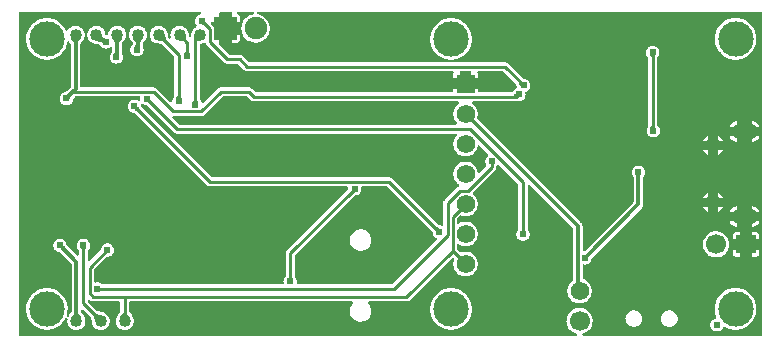
<source format=gbl>
G04 Layer: BottomLayer*
G04 EasyEDA v6.5.5, 2022-06-30 21:59:10*
G04 844943e940ba41f192d5fd3784e3f5d8,9c416354eb984020824aaf9c885bead6,10*
G04 Gerber Generator version 0.2*
G04 Scale: 100 percent, Rotated: No, Reflected: No *
G04 Dimensions in inches *
G04 leading zeros omitted , absolute positions ,3 integer and 6 decimal *
%FSLAX36Y36*%
%MOIN*%

%ADD10C,0.0100*%
%ADD11C,0.0120*%
%ADD13C,0.0240*%
%ADD31C,0.0400*%
%ADD33C,0.0620*%
%ADD34C,0.0669*%
%ADD35R,0.0620X0.0620*%
%ADD37C,0.0748*%
%ADD38C,0.0512*%
%ADD39R,0.0600X0.0600*%
%ADD40C,0.0600*%
%ADD41C,0.1181*%
%ADD42R,0.0669X0.0620*%

%LPD*%
G36*
X623740Y236020D02*
G01*
X622240Y236280D01*
X620940Y237100D01*
X620040Y238320D01*
X618260Y242140D01*
X616820Y244300D01*
X614640Y248880D01*
X614260Y250600D01*
X614260Y429880D01*
X614500Y431280D01*
X615220Y432500D01*
X616340Y433400D01*
X617680Y433840D01*
X622720Y434580D01*
X627020Y435900D01*
X628540Y436620D01*
X630200Y437020D01*
X631880Y436680D01*
X633260Y435680D01*
X635560Y431400D01*
X637560Y428940D01*
X695120Y371400D01*
X697560Y369380D01*
X700200Y367980D01*
X703040Y367120D01*
X706200Y366800D01*
X740040Y366800D01*
X741580Y366500D01*
X742880Y365620D01*
X761560Y346940D01*
X764020Y344920D01*
X766640Y343519D01*
X769479Y342660D01*
X772640Y342340D01*
X1456960Y342340D01*
X1458600Y342000D01*
X1459960Y340980D01*
X1460780Y339500D01*
X1460920Y337819D01*
X1460340Y336220D01*
X1459840Y335420D01*
X1459079Y333260D01*
X1458800Y330780D01*
X1458800Y318000D01*
X1482000Y318000D01*
X1482000Y338340D01*
X1482300Y339880D01*
X1483180Y341180D01*
X1484460Y342040D01*
X1486000Y342340D01*
X1514000Y342340D01*
X1515540Y342040D01*
X1516819Y341180D01*
X1517700Y339880D01*
X1518000Y338340D01*
X1518000Y318000D01*
X1541200Y318000D01*
X1541200Y330780D01*
X1540920Y333260D01*
X1540160Y335420D01*
X1539660Y336220D01*
X1539079Y337819D01*
X1539220Y339500D01*
X1540040Y340980D01*
X1541399Y342000D01*
X1543040Y342340D01*
X1622700Y342340D01*
X1624240Y342040D01*
X1625540Y341180D01*
X1668779Y297940D01*
X1669720Y296460D01*
X1671399Y291620D01*
X1671840Y289700D01*
X1671920Y288340D01*
X1671540Y287040D01*
X1670740Y285960D01*
X1669640Y285180D01*
X1666720Y283820D01*
X1663560Y281600D01*
X1660820Y278880D01*
X1658600Y275700D01*
X1657580Y273820D01*
X1657120Y273260D01*
X1655740Y272180D01*
X1654040Y271800D01*
X1545200Y271800D01*
X1543660Y272100D01*
X1542380Y272980D01*
X1541500Y274260D01*
X1541200Y275800D01*
X1541200Y282000D01*
X1518000Y282000D01*
X1518000Y275800D01*
X1517700Y274260D01*
X1516819Y272980D01*
X1515540Y272100D01*
X1514000Y271800D01*
X1486000Y271800D01*
X1484460Y272100D01*
X1483180Y272980D01*
X1482300Y274260D01*
X1482000Y275800D01*
X1482000Y282000D01*
X1458800Y282000D01*
X1458800Y275800D01*
X1458500Y274260D01*
X1457620Y272980D01*
X1456339Y272100D01*
X1454800Y271800D01*
X802860Y271800D01*
X801320Y272100D01*
X800020Y272980D01*
X788580Y284400D01*
X786140Y286420D01*
X783500Y287820D01*
X780660Y288680D01*
X777500Y289000D01*
X684800Y289000D01*
X681640Y288680D01*
X678800Y287820D01*
X676160Y286420D01*
X673720Y284400D01*
X626500Y237200D01*
X625220Y236340D01*
G37*

%LPD*%
G36*
X547660Y164300D02*
G01*
X546120Y164600D01*
X544820Y165479D01*
X524320Y185980D01*
X523459Y187260D01*
X523160Y188800D01*
X523459Y190340D01*
X524320Y191620D01*
X525620Y192500D01*
X527160Y192800D01*
X618600Y192800D01*
X621760Y193120D01*
X624600Y193980D01*
X627240Y195380D01*
X629680Y197399D01*
X689720Y257420D01*
X691020Y258299D01*
X692560Y258600D01*
X769740Y258600D01*
X771280Y258299D01*
X772580Y257420D01*
X784020Y246000D01*
X786460Y243980D01*
X789100Y242580D01*
X791940Y241720D01*
X795100Y241400D01*
X1474780Y241400D01*
X1476440Y241040D01*
X1477800Y240040D01*
X1478620Y238560D01*
X1478760Y236880D01*
X1478180Y235280D01*
X1477020Y234080D01*
X1474920Y232680D01*
X1470880Y229120D01*
X1467320Y225080D01*
X1464319Y220600D01*
X1461940Y215760D01*
X1460220Y210660D01*
X1459160Y205380D01*
X1458800Y200000D01*
X1459160Y194620D01*
X1460220Y189340D01*
X1461940Y184240D01*
X1464319Y179400D01*
X1467320Y174920D01*
X1470820Y170940D01*
X1471579Y169620D01*
X1471800Y168120D01*
X1471459Y166640D01*
X1470580Y165420D01*
X1469300Y164579D01*
X1467800Y164300D01*
G37*

%LPD*%
G36*
X1421699Y-172880D02*
G01*
X1420240Y-172760D01*
X1415140Y-171460D01*
X1410740Y-169899D01*
X1409240Y-168960D01*
X1256620Y-16339D01*
X1254180Y-14320D01*
X1251560Y-12920D01*
X1248700Y-12060D01*
X1245540Y-11740D01*
X656900Y-11740D01*
X655360Y-11439D01*
X654060Y-10560D01*
X420580Y222920D01*
X419620Y224440D01*
X418060Y228920D01*
X417840Y230560D01*
X418320Y232160D01*
X419420Y233420D01*
X420920Y234140D01*
X422580Y234160D01*
X424120Y233520D01*
X426980Y231500D01*
X430500Y229880D01*
X434219Y228880D01*
X437380Y228600D01*
X438720Y228240D01*
X439860Y227440D01*
X528820Y138500D01*
X531260Y136480D01*
X533900Y135080D01*
X536740Y134220D01*
X539900Y133900D01*
X1466240Y133900D01*
X1467720Y133620D01*
X1469000Y132780D01*
X1469880Y131560D01*
X1470220Y130079D01*
X1470000Y128580D01*
X1469240Y127260D01*
X1467320Y125079D01*
X1464319Y120600D01*
X1461940Y115760D01*
X1460220Y110660D01*
X1459160Y105380D01*
X1458800Y100000D01*
X1459160Y94620D01*
X1460220Y89340D01*
X1461940Y84240D01*
X1464319Y79400D01*
X1467320Y74920D01*
X1470880Y70880D01*
X1474920Y67320D01*
X1479400Y64320D01*
X1484240Y61940D01*
X1489340Y60220D01*
X1494620Y59160D01*
X1500000Y58800D01*
X1505380Y59160D01*
X1510660Y60220D01*
X1515760Y61940D01*
X1520600Y64320D01*
X1525080Y67320D01*
X1529120Y70880D01*
X1532680Y74920D01*
X1535680Y79400D01*
X1538060Y84240D01*
X1539780Y89340D01*
X1540320Y92060D01*
X1541020Y93620D01*
X1542300Y94760D01*
X1543940Y95260D01*
X1545640Y95020D01*
X1547080Y94100D01*
X1575220Y65960D01*
X1576160Y64500D01*
X1576380Y62779D01*
X1575860Y61140D01*
X1574680Y59860D01*
X1573240Y58840D01*
X1570500Y56120D01*
X1568280Y52939D01*
X1566660Y49440D01*
X1565660Y45700D01*
X1565320Y41840D01*
X1565660Y38000D01*
X1566660Y34260D01*
X1568280Y30760D01*
X1569120Y29140D01*
X1569259Y27759D01*
X1568899Y26400D01*
X1568100Y25280D01*
X1547360Y4520D01*
X1545900Y3600D01*
X1544199Y3360D01*
X1542560Y3860D01*
X1541279Y5000D01*
X1540600Y6580D01*
X1539780Y10660D01*
X1538060Y15760D01*
X1535680Y20600D01*
X1532680Y25080D01*
X1529120Y29120D01*
X1525080Y32679D01*
X1520600Y35680D01*
X1515760Y38060D01*
X1510660Y39780D01*
X1505380Y40839D01*
X1500000Y41200D01*
X1494620Y40839D01*
X1489340Y39780D01*
X1484240Y38060D01*
X1479400Y35680D01*
X1474920Y32679D01*
X1470880Y29120D01*
X1467320Y25080D01*
X1464319Y20600D01*
X1461940Y15760D01*
X1460220Y10660D01*
X1459160Y5380D01*
X1458800Y0D01*
X1459160Y-5380D01*
X1460220Y-10660D01*
X1461940Y-15760D01*
X1464319Y-20600D01*
X1467320Y-25080D01*
X1470880Y-29120D01*
X1474920Y-32679D01*
X1477700Y-34520D01*
X1478760Y-35580D01*
X1479360Y-36940D01*
X1479440Y-38420D01*
X1478940Y-39840D01*
X1477980Y-40980D01*
X1474040Y-43080D01*
X1471579Y-45100D01*
X1429880Y-86800D01*
X1427860Y-89260D01*
X1426459Y-91880D01*
X1425600Y-94720D01*
X1425280Y-97880D01*
X1425280Y-168900D01*
X1425020Y-170340D01*
X1424259Y-171580D01*
X1423100Y-172460D01*
G37*

%LPD*%
G36*
X940540Y-368560D02*
G01*
X939120Y-368300D01*
X937860Y-367540D01*
X936979Y-366380D01*
X936560Y-364980D01*
X936680Y-363519D01*
X936960Y-362460D01*
X937300Y-358600D01*
X936960Y-354739D01*
X935960Y-351019D01*
X934340Y-347500D01*
X932120Y-344340D01*
X931500Y-343720D01*
X930620Y-342420D01*
X930320Y-340880D01*
X930320Y-272840D01*
X930620Y-271320D01*
X931500Y-270020D01*
X1128220Y-73300D01*
X1129360Y-72500D01*
X1130700Y-72140D01*
X1133860Y-71860D01*
X1137580Y-70860D01*
X1141100Y-69220D01*
X1144260Y-67000D01*
X1147000Y-64280D01*
X1149220Y-61100D01*
X1150840Y-57600D01*
X1151840Y-53860D01*
X1152180Y-50020D01*
X1151880Y-46480D01*
X1152080Y-44860D01*
X1152920Y-43440D01*
X1154260Y-42480D01*
X1155860Y-42140D01*
X1237780Y-42140D01*
X1239320Y-42440D01*
X1240620Y-43320D01*
X1387760Y-190440D01*
X1388700Y-191940D01*
X1390260Y-196340D01*
X1391480Y-201100D01*
X1393100Y-204620D01*
X1395320Y-207780D01*
X1398060Y-210520D01*
X1401220Y-212740D01*
X1402500Y-213320D01*
X1403720Y-214220D01*
X1404540Y-215520D01*
X1404800Y-217020D01*
X1404480Y-218500D01*
X1403620Y-219780D01*
X1256020Y-367380D01*
X1254720Y-368260D01*
X1253180Y-368560D01*
G37*

%LPC*%
G36*
X1151240Y-256280D02*
G01*
X1156220Y-255760D01*
X1161060Y-254560D01*
X1165680Y-252680D01*
X1170000Y-250180D01*
X1173940Y-247120D01*
X1177420Y-243520D01*
X1180340Y-239480D01*
X1182680Y-235080D01*
X1184400Y-230380D01*
X1185440Y-225500D01*
X1185780Y-220520D01*
X1185440Y-215539D01*
X1184400Y-210660D01*
X1182680Y-205960D01*
X1180340Y-201560D01*
X1177420Y-197520D01*
X1173940Y-193920D01*
X1170000Y-190859D01*
X1165680Y-188359D01*
X1161060Y-186500D01*
X1156220Y-185280D01*
X1151240Y-184760D01*
X1146260Y-184940D01*
X1141340Y-185799D01*
X1136600Y-187340D01*
X1132100Y-189540D01*
X1127980Y-192320D01*
X1124260Y-195660D01*
X1121060Y-199480D01*
X1118400Y-203720D01*
X1116380Y-208280D01*
X1115000Y-213080D01*
X1114300Y-218020D01*
X1114300Y-223020D01*
X1115000Y-227960D01*
X1116380Y-232760D01*
X1118400Y-237320D01*
X1121060Y-241560D01*
X1124260Y-245380D01*
X1127980Y-248720D01*
X1132100Y-251500D01*
X1136600Y-253700D01*
X1141340Y-255240D01*
X1146260Y-256100D01*
G37*

%LPD*%
G36*
X14200Y-539800D02*
G01*
X12660Y-539500D01*
X11379Y-538620D01*
X10500Y-537340D01*
X10200Y-535800D01*
X10200Y535800D01*
X10500Y537340D01*
X11379Y538620D01*
X12660Y539500D01*
X14200Y539800D01*
X615440Y539800D01*
X617040Y539460D01*
X618380Y538520D01*
X619220Y537120D01*
X619440Y535500D01*
X618980Y533940D01*
X617940Y532680D01*
X616480Y531940D01*
X612420Y530840D01*
X608900Y529220D01*
X605740Y527000D01*
X603000Y524260D01*
X600780Y521100D01*
X599160Y517580D01*
X598160Y513860D01*
X597820Y510000D01*
X598160Y506140D01*
X599160Y502420D01*
X600780Y498900D01*
X602700Y496160D01*
X603360Y494580D01*
X603300Y492860D01*
X602520Y491340D01*
X600900Y490140D01*
X597180Y487600D01*
X593880Y484540D01*
X591060Y481000D01*
X588800Y477100D01*
X587160Y472900D01*
X586140Y468459D01*
X585840Y465500D01*
X585680Y461120D01*
X585280Y459500D01*
X584260Y458200D01*
X582780Y457420D01*
X581120Y457299D01*
X579560Y457879D01*
X578360Y459040D01*
X577740Y460600D01*
X576600Y467480D01*
X576520Y468500D01*
X575520Y472900D01*
X573860Y477100D01*
X571620Y481000D01*
X568800Y484540D01*
X565480Y487600D01*
X561760Y490140D01*
X557700Y492100D01*
X553380Y493440D01*
X548920Y494099D01*
X544420Y494099D01*
X539940Y493440D01*
X535640Y492100D01*
X531580Y490140D01*
X527840Y487600D01*
X524540Y484540D01*
X521719Y481000D01*
X519460Y477100D01*
X517819Y472900D01*
X516820Y468500D01*
X516480Y464000D01*
X516820Y459500D01*
X517720Y455560D01*
X517740Y453860D01*
X517040Y452299D01*
X515740Y451180D01*
X514120Y450680D01*
X512420Y450920D01*
X510980Y451840D01*
X509820Y453280D01*
X509440Y454440D01*
X507320Y467200D01*
X507200Y468459D01*
X506180Y472900D01*
X504540Y477100D01*
X502280Y481000D01*
X499460Y484540D01*
X496160Y487600D01*
X492420Y490140D01*
X488360Y492100D01*
X484060Y493440D01*
X479600Y494099D01*
X475080Y494099D01*
X470620Y493440D01*
X466300Y492100D01*
X462239Y490140D01*
X458519Y487600D01*
X455200Y484540D01*
X452400Y481000D01*
X450140Y477100D01*
X448480Y472900D01*
X447480Y468500D01*
X447140Y464000D01*
X447480Y459500D01*
X448480Y455100D01*
X450140Y450900D01*
X452400Y447000D01*
X455200Y443459D01*
X458519Y440400D01*
X462239Y437860D01*
X466300Y435900D01*
X470620Y434560D01*
X486880Y431900D01*
X488060Y431500D01*
X489060Y430780D01*
X528060Y391780D01*
X528920Y390480D01*
X529220Y388960D01*
X529220Y261540D01*
X528840Y259820D01*
X526660Y255260D01*
X525220Y253100D01*
X523579Y249579D01*
X522580Y245859D01*
X522280Y242500D01*
X521880Y241060D01*
X520959Y239860D01*
X519680Y239080D01*
X518180Y238860D01*
X516719Y239180D01*
X515480Y240020D01*
X471079Y284400D01*
X468640Y286420D01*
X466000Y287820D01*
X463160Y288680D01*
X460000Y289000D01*
X220200Y289000D01*
X218660Y289300D01*
X217380Y290180D01*
X216500Y291460D01*
X216200Y293000D01*
X216200Y432600D01*
X216360Y433720D01*
X216840Y434760D01*
X223560Y445240D01*
X224940Y447000D01*
X227200Y450900D01*
X228840Y455100D01*
X229860Y459500D01*
X230180Y464000D01*
X229860Y468500D01*
X228840Y472900D01*
X227200Y477100D01*
X224940Y481000D01*
X222120Y484540D01*
X218820Y487600D01*
X215100Y490140D01*
X211020Y492100D01*
X206720Y493440D01*
X202260Y494099D01*
X197740Y494099D01*
X193280Y493440D01*
X188980Y492100D01*
X184899Y490140D01*
X181180Y487600D01*
X177880Y484540D01*
X175060Y481000D01*
X173980Y479159D01*
X172820Y477879D01*
X171220Y477220D01*
X169500Y477299D01*
X167960Y478100D01*
X166900Y479460D01*
X165460Y482560D01*
X161780Y488660D01*
X157500Y494360D01*
X152660Y499600D01*
X147300Y504300D01*
X141500Y508440D01*
X135300Y511940D01*
X128760Y514799D01*
X121960Y516980D01*
X114980Y518420D01*
X107899Y519159D01*
X100760Y519159D01*
X93680Y518420D01*
X86700Y516980D01*
X79900Y514799D01*
X73360Y511940D01*
X67160Y508440D01*
X61360Y504300D01*
X56000Y499600D01*
X51160Y494360D01*
X46880Y488660D01*
X43200Y482560D01*
X40180Y476100D01*
X37840Y469360D01*
X36200Y462420D01*
X35280Y455340D01*
X35100Y448220D01*
X35660Y441120D01*
X36940Y434099D01*
X38920Y427260D01*
X41620Y420640D01*
X44960Y414360D01*
X48940Y408440D01*
X53500Y402960D01*
X58620Y397980D01*
X64200Y393560D01*
X70220Y389739D01*
X76600Y386560D01*
X83280Y384040D01*
X90160Y382220D01*
X97220Y381120D01*
X104340Y380760D01*
X111460Y381120D01*
X118500Y382220D01*
X125399Y384040D01*
X132060Y386560D01*
X138440Y389739D01*
X144460Y393560D01*
X150040Y397980D01*
X155160Y402960D01*
X159720Y408440D01*
X163700Y414360D01*
X167060Y420640D01*
X169740Y427260D01*
X171720Y434099D01*
X172540Y438500D01*
X173120Y439980D01*
X174220Y441100D01*
X175680Y441719D01*
X177280Y441700D01*
X178720Y441079D01*
X179840Y439940D01*
X183160Y434760D01*
X183640Y433720D01*
X183800Y432600D01*
X183800Y290160D01*
X183500Y288620D01*
X182620Y287320D01*
X171540Y276240D01*
X170420Y275440D01*
X166439Y273560D01*
X162120Y272340D01*
X158600Y270700D01*
X155440Y268480D01*
X152700Y265760D01*
X150480Y262580D01*
X148860Y259080D01*
X147860Y255340D01*
X147520Y251480D01*
X147860Y247640D01*
X148860Y243900D01*
X150480Y240400D01*
X152700Y237220D01*
X155440Y234500D01*
X158600Y232280D01*
X162120Y230640D01*
X165840Y229640D01*
X169700Y229300D01*
X173560Y229640D01*
X177280Y230640D01*
X180799Y232280D01*
X183960Y234500D01*
X186700Y237220D01*
X188920Y240400D01*
X190539Y243900D01*
X191520Y247540D01*
X193660Y252220D01*
X194440Y253320D01*
X198540Y257420D01*
X199840Y258299D01*
X201380Y258600D01*
X412220Y258600D01*
X413840Y258260D01*
X415160Y257300D01*
X416000Y255880D01*
X416200Y254259D01*
X415900Y250720D01*
X416240Y246840D01*
X416079Y245340D01*
X415379Y244000D01*
X414260Y243020D01*
X412840Y242520D01*
X411320Y242600D01*
X409960Y243200D01*
X407100Y245219D01*
X403579Y246840D01*
X399860Y247840D01*
X396000Y248180D01*
X392140Y247840D01*
X388420Y246840D01*
X384900Y245219D01*
X381740Y243000D01*
X379000Y240260D01*
X376780Y237100D01*
X375160Y233580D01*
X374159Y229860D01*
X373820Y226000D01*
X374159Y222140D01*
X375160Y218420D01*
X376780Y214899D01*
X379000Y211740D01*
X381740Y209000D01*
X384900Y206780D01*
X388420Y205159D01*
X393180Y203939D01*
X397580Y202380D01*
X399080Y201439D01*
X638060Y-37560D01*
X640500Y-39560D01*
X643139Y-40960D01*
X645980Y-41840D01*
X649140Y-42140D01*
X1104140Y-42140D01*
X1105740Y-42480D01*
X1107080Y-43440D01*
X1107920Y-44860D01*
X1108120Y-46480D01*
X1107880Y-49320D01*
X1107520Y-50660D01*
X1106720Y-51800D01*
X904520Y-254000D01*
X902500Y-256460D01*
X901100Y-259080D01*
X900240Y-261920D01*
X899920Y-265080D01*
X899920Y-340880D01*
X899620Y-342420D01*
X898740Y-343720D01*
X898120Y-344340D01*
X895900Y-347500D01*
X894280Y-351019D01*
X893280Y-354739D01*
X892940Y-358600D01*
X893280Y-362460D01*
X893560Y-363519D01*
X893680Y-364980D01*
X893259Y-366380D01*
X892380Y-367540D01*
X891120Y-368300D01*
X889700Y-368560D01*
X290140Y-368560D01*
X288600Y-368260D01*
X287300Y-367380D01*
X286680Y-366760D01*
X283520Y-364540D01*
X280000Y-362920D01*
X276280Y-361920D01*
X272420Y-361580D01*
X268560Y-361920D01*
X266960Y-362340D01*
X265520Y-362460D01*
X264120Y-362040D01*
X262960Y-361160D01*
X262200Y-359920D01*
X261940Y-358480D01*
X261940Y-320800D01*
X262240Y-319260D01*
X263100Y-317960D01*
X304320Y-276760D01*
X305460Y-275960D01*
X306800Y-275600D01*
X309960Y-275320D01*
X313680Y-274320D01*
X317200Y-272680D01*
X320360Y-270460D01*
X323100Y-267740D01*
X325319Y-264560D01*
X326940Y-261060D01*
X327939Y-257320D01*
X328280Y-253480D01*
X327939Y-249620D01*
X326940Y-245880D01*
X325319Y-242380D01*
X323100Y-239200D01*
X320360Y-236480D01*
X317200Y-234259D01*
X313680Y-232620D01*
X309960Y-231620D01*
X306100Y-231280D01*
X302240Y-231620D01*
X298520Y-232620D01*
X295000Y-234259D01*
X291840Y-236480D01*
X289100Y-239200D01*
X286880Y-242380D01*
X285260Y-245880D01*
X284260Y-249620D01*
X283980Y-252780D01*
X283620Y-254120D01*
X282820Y-255260D01*
X248020Y-290040D01*
X246740Y-290920D01*
X245200Y-291220D01*
X243660Y-290920D01*
X242380Y-290040D01*
X241500Y-288740D01*
X241200Y-287220D01*
X241200Y-257540D01*
X241580Y-255820D01*
X243760Y-251260D01*
X245219Y-249100D01*
X246840Y-245580D01*
X247840Y-241860D01*
X248180Y-238000D01*
X247840Y-234140D01*
X246840Y-230420D01*
X245219Y-226900D01*
X243000Y-223740D01*
X240260Y-221000D01*
X237100Y-218780D01*
X233580Y-217160D01*
X229860Y-216160D01*
X226000Y-215820D01*
X222140Y-216160D01*
X218420Y-217160D01*
X214899Y-218780D01*
X211740Y-221000D01*
X209000Y-223740D01*
X206780Y-226900D01*
X205159Y-230420D01*
X204160Y-234140D01*
X203820Y-238000D01*
X204160Y-241860D01*
X205159Y-245580D01*
X206780Y-249100D01*
X208240Y-251260D01*
X210420Y-255820D01*
X210799Y-257540D01*
X210799Y-268240D01*
X210500Y-269760D01*
X209620Y-271060D01*
X208340Y-271920D01*
X206800Y-272240D01*
X205260Y-271920D01*
X203980Y-271060D01*
X172740Y-239840D01*
X171960Y-238720D01*
X169820Y-234060D01*
X168840Y-230420D01*
X167220Y-226900D01*
X165000Y-223740D01*
X162260Y-221000D01*
X159100Y-218780D01*
X155580Y-217160D01*
X151860Y-216160D01*
X148000Y-215820D01*
X144140Y-216160D01*
X140420Y-217160D01*
X136900Y-218780D01*
X133740Y-221000D01*
X131000Y-223740D01*
X128780Y-226900D01*
X127160Y-230420D01*
X126160Y-234140D01*
X125820Y-238000D01*
X126160Y-241860D01*
X127160Y-245580D01*
X128780Y-249100D01*
X131000Y-252260D01*
X133740Y-255000D01*
X136900Y-257220D01*
X140420Y-258840D01*
X144060Y-259820D01*
X148720Y-261960D01*
X149840Y-262740D01*
X185620Y-298540D01*
X186500Y-299840D01*
X186800Y-301360D01*
X186800Y-458600D01*
X186640Y-459720D01*
X186160Y-460760D01*
X179440Y-471240D01*
X178060Y-473000D01*
X177700Y-473620D01*
X176600Y-474840D01*
X175100Y-475520D01*
X173460Y-475540D01*
X171940Y-474900D01*
X170820Y-473700D01*
X170260Y-472140D01*
X170380Y-470500D01*
X171720Y-465900D01*
X173000Y-458880D01*
X173560Y-451780D01*
X173380Y-444660D01*
X172460Y-437580D01*
X170820Y-430640D01*
X168480Y-423900D01*
X165460Y-417460D01*
X161780Y-411340D01*
X157500Y-405640D01*
X152660Y-400400D01*
X147300Y-395700D01*
X141500Y-391560D01*
X135300Y-388060D01*
X128760Y-385200D01*
X121960Y-383020D01*
X114980Y-381580D01*
X107899Y-380840D01*
X100760Y-380840D01*
X93680Y-381580D01*
X86700Y-383020D01*
X79900Y-385200D01*
X73360Y-388060D01*
X67160Y-391560D01*
X61360Y-395700D01*
X56000Y-400400D01*
X51160Y-405640D01*
X46880Y-411340D01*
X43200Y-417460D01*
X40180Y-423900D01*
X37840Y-430640D01*
X36200Y-437580D01*
X35280Y-444660D01*
X35100Y-451780D01*
X35660Y-458880D01*
X36940Y-465900D01*
X38920Y-472740D01*
X41620Y-479360D01*
X44960Y-485640D01*
X48940Y-491560D01*
X53500Y-497040D01*
X58620Y-502020D01*
X64200Y-506440D01*
X70220Y-510260D01*
X76600Y-513459D01*
X83280Y-515959D01*
X90160Y-517780D01*
X97220Y-518880D01*
X104340Y-519240D01*
X111460Y-518880D01*
X118500Y-517780D01*
X125399Y-515959D01*
X132060Y-513459D01*
X138440Y-510260D01*
X144460Y-506440D01*
X150040Y-502020D01*
X155160Y-497040D01*
X159720Y-491560D01*
X163700Y-485640D01*
X166060Y-481200D01*
X167120Y-479940D01*
X168580Y-479219D01*
X170200Y-479120D01*
X171740Y-479700D01*
X172900Y-480820D01*
X173520Y-482340D01*
X173500Y-483960D01*
X173140Y-485500D01*
X172820Y-490000D01*
X173140Y-494500D01*
X174160Y-498900D01*
X175799Y-503100D01*
X178060Y-507000D01*
X180880Y-510540D01*
X184180Y-513600D01*
X187900Y-516140D01*
X191980Y-518100D01*
X196280Y-519440D01*
X200740Y-520100D01*
X205260Y-520100D01*
X209720Y-519440D01*
X214020Y-518100D01*
X218100Y-516140D01*
X221820Y-513600D01*
X225120Y-510540D01*
X227940Y-507000D01*
X230200Y-503100D01*
X231840Y-498900D01*
X232860Y-494500D01*
X233180Y-490000D01*
X232860Y-485500D01*
X231840Y-481100D01*
X230200Y-476900D01*
X227940Y-473000D01*
X226560Y-471240D01*
X219840Y-460760D01*
X219360Y-459720D01*
X219200Y-458600D01*
X219200Y-456360D01*
X219500Y-454820D01*
X220380Y-453519D01*
X221660Y-452660D01*
X223200Y-452360D01*
X224740Y-452660D01*
X226020Y-453519D01*
X250780Y-478280D01*
X251500Y-479280D01*
X251900Y-480439D01*
X254020Y-493180D01*
X254140Y-494460D01*
X255159Y-498900D01*
X256800Y-503100D01*
X259060Y-507000D01*
X261880Y-510540D01*
X265180Y-513600D01*
X268900Y-516140D01*
X272980Y-518100D01*
X277280Y-519440D01*
X281740Y-520100D01*
X286260Y-520100D01*
X290720Y-519440D01*
X295020Y-518100D01*
X299100Y-516140D01*
X302820Y-513600D01*
X306120Y-510540D01*
X308940Y-507000D01*
X311200Y-503100D01*
X312840Y-498900D01*
X313860Y-494500D01*
X314180Y-490000D01*
X313860Y-485500D01*
X312840Y-481100D01*
X311200Y-476900D01*
X308940Y-473000D01*
X306120Y-469460D01*
X302820Y-466400D01*
X299100Y-463860D01*
X295020Y-461900D01*
X290700Y-460560D01*
X274440Y-457900D01*
X273280Y-457500D01*
X272280Y-456780D01*
X242380Y-426880D01*
X241500Y-425580D01*
X241200Y-423620D01*
X241480Y-422160D01*
X242280Y-420880D01*
X243480Y-420000D01*
X244940Y-419620D01*
X246420Y-419820D01*
X247740Y-420520D01*
X250219Y-422560D01*
X252840Y-423960D01*
X255680Y-424820D01*
X258840Y-425140D01*
X344799Y-425140D01*
X346340Y-425439D01*
X347620Y-426320D01*
X348500Y-427600D01*
X348800Y-429140D01*
X348800Y-458220D01*
X348600Y-459440D01*
X348060Y-460540D01*
X340620Y-470959D01*
X339080Y-472960D01*
X336800Y-476900D01*
X335160Y-481100D01*
X334140Y-485500D01*
X333820Y-490000D01*
X334140Y-494500D01*
X335160Y-498900D01*
X336800Y-503100D01*
X339060Y-507000D01*
X341880Y-510540D01*
X345180Y-513600D01*
X348900Y-516140D01*
X352980Y-518100D01*
X357280Y-519440D01*
X361740Y-520100D01*
X366260Y-520100D01*
X370720Y-519440D01*
X375020Y-518100D01*
X379099Y-516140D01*
X382819Y-513600D01*
X386120Y-510540D01*
X388940Y-507000D01*
X391200Y-503100D01*
X392840Y-498900D01*
X393860Y-494500D01*
X394180Y-490000D01*
X393860Y-485500D01*
X392840Y-481100D01*
X391200Y-476900D01*
X388920Y-472960D01*
X387299Y-470840D01*
X379940Y-460540D01*
X379400Y-459440D01*
X379200Y-458220D01*
X379200Y-429140D01*
X379500Y-427600D01*
X380379Y-426320D01*
X381659Y-425439D01*
X383200Y-425140D01*
X1121340Y-425140D01*
X1122820Y-425420D01*
X1124080Y-426240D01*
X1124960Y-427440D01*
X1125340Y-428900D01*
X1125140Y-430400D01*
X1124400Y-431719D01*
X1121060Y-435700D01*
X1118400Y-439940D01*
X1116380Y-444500D01*
X1115000Y-449300D01*
X1114300Y-454240D01*
X1114300Y-459240D01*
X1115000Y-464180D01*
X1116380Y-468980D01*
X1118400Y-473540D01*
X1121060Y-477780D01*
X1124260Y-481599D01*
X1127980Y-484940D01*
X1132100Y-487720D01*
X1136600Y-489920D01*
X1141340Y-491460D01*
X1146260Y-492320D01*
X1151240Y-492500D01*
X1156220Y-491980D01*
X1161060Y-490780D01*
X1165680Y-488900D01*
X1170000Y-486400D01*
X1173940Y-483340D01*
X1177420Y-479739D01*
X1180340Y-475700D01*
X1182680Y-471300D01*
X1184400Y-466599D01*
X1185440Y-461719D01*
X1185780Y-456740D01*
X1185440Y-451760D01*
X1184400Y-446880D01*
X1182680Y-442180D01*
X1180340Y-437780D01*
X1177420Y-433740D01*
X1175660Y-431920D01*
X1174820Y-430620D01*
X1174520Y-429099D01*
X1174840Y-427580D01*
X1175720Y-426300D01*
X1177000Y-425439D01*
X1178520Y-425140D01*
X1302980Y-425140D01*
X1306140Y-424820D01*
X1308980Y-423960D01*
X1311620Y-422560D01*
X1314060Y-420540D01*
X1453740Y-280880D01*
X1455020Y-280020D01*
X1456560Y-279720D01*
X1458100Y-280020D01*
X1459379Y-280880D01*
X1460380Y-281880D01*
X1461220Y-283100D01*
X1461560Y-284540D01*
X1461339Y-286000D01*
X1460220Y-289340D01*
X1459160Y-294620D01*
X1458800Y-300000D01*
X1459160Y-305380D01*
X1460220Y-310660D01*
X1461940Y-315760D01*
X1464319Y-320600D01*
X1467320Y-325080D01*
X1470880Y-329120D01*
X1474920Y-332680D01*
X1479400Y-335680D01*
X1484240Y-338060D01*
X1489340Y-339780D01*
X1494620Y-340840D01*
X1500000Y-341200D01*
X1505380Y-340840D01*
X1510660Y-339780D01*
X1515760Y-338060D01*
X1520600Y-335680D01*
X1525080Y-332680D01*
X1529120Y-329120D01*
X1532680Y-325080D01*
X1535680Y-320600D01*
X1538060Y-315760D01*
X1539780Y-310660D01*
X1540840Y-305380D01*
X1541200Y-300000D01*
X1540840Y-294620D01*
X1539780Y-289340D01*
X1538060Y-284240D01*
X1535680Y-279400D01*
X1532680Y-274920D01*
X1529120Y-270880D01*
X1525080Y-267320D01*
X1520600Y-264320D01*
X1515760Y-261940D01*
X1510660Y-260219D01*
X1505380Y-259160D01*
X1500000Y-258800D01*
X1494620Y-259160D01*
X1489340Y-260219D01*
X1486000Y-261340D01*
X1484540Y-261560D01*
X1483100Y-261220D01*
X1481879Y-260380D01*
X1472940Y-251439D01*
X1472060Y-250140D01*
X1471759Y-248600D01*
X1471759Y-238039D01*
X1472120Y-236380D01*
X1473160Y-235000D01*
X1474680Y-234200D01*
X1476380Y-234100D01*
X1477980Y-234720D01*
X1479400Y-235680D01*
X1484240Y-238060D01*
X1489340Y-239780D01*
X1494620Y-240840D01*
X1500000Y-241200D01*
X1505380Y-240840D01*
X1510660Y-239780D01*
X1515760Y-238060D01*
X1520600Y-235680D01*
X1525080Y-232680D01*
X1529120Y-229120D01*
X1532680Y-225080D01*
X1535680Y-220600D01*
X1538060Y-215760D01*
X1539780Y-210660D01*
X1540840Y-205380D01*
X1541200Y-200000D01*
X1540840Y-194620D01*
X1539780Y-189340D01*
X1538060Y-184240D01*
X1535680Y-179400D01*
X1532680Y-174920D01*
X1529120Y-170880D01*
X1525080Y-167320D01*
X1520600Y-164320D01*
X1515760Y-161940D01*
X1510660Y-160219D01*
X1505380Y-159160D01*
X1500000Y-158800D01*
X1494620Y-159160D01*
X1489340Y-160219D01*
X1484240Y-161940D01*
X1479400Y-164320D01*
X1477980Y-165280D01*
X1476380Y-165900D01*
X1474680Y-165799D01*
X1473160Y-165000D01*
X1472120Y-163619D01*
X1471759Y-161960D01*
X1471759Y-151400D01*
X1472060Y-149860D01*
X1472940Y-148560D01*
X1481879Y-139620D01*
X1483100Y-138780D01*
X1484540Y-138440D01*
X1486000Y-138660D01*
X1489340Y-139780D01*
X1494620Y-140840D01*
X1500000Y-141200D01*
X1505380Y-140840D01*
X1510660Y-139780D01*
X1515760Y-138060D01*
X1520600Y-135680D01*
X1525080Y-132680D01*
X1529120Y-129120D01*
X1532680Y-125079D01*
X1535680Y-120600D01*
X1538060Y-115760D01*
X1539780Y-110660D01*
X1540840Y-105380D01*
X1541200Y-100000D01*
X1540840Y-94620D01*
X1539780Y-89340D01*
X1538060Y-84240D01*
X1535680Y-79400D01*
X1532680Y-74920D01*
X1529139Y-70880D01*
X1524780Y-67080D01*
X1523800Y-65780D01*
X1523400Y-64200D01*
X1523680Y-62600D01*
X1524580Y-61240D01*
X1598100Y12300D01*
X1600120Y14740D01*
X1601519Y17380D01*
X1602380Y20219D01*
X1602700Y23380D01*
X1602700Y24140D01*
X1603000Y25660D01*
X1603880Y26960D01*
X1604500Y27580D01*
X1605500Y29040D01*
X1606780Y30200D01*
X1608440Y30720D01*
X1610160Y30500D01*
X1611620Y29580D01*
X1675100Y-33920D01*
X1675980Y-35220D01*
X1676279Y-36760D01*
X1676279Y-183520D01*
X1675980Y-185040D01*
X1675100Y-186340D01*
X1674480Y-186960D01*
X1672260Y-190140D01*
X1670640Y-193640D01*
X1669640Y-197380D01*
X1669300Y-201240D01*
X1669640Y-205080D01*
X1670640Y-208820D01*
X1672260Y-212320D01*
X1674480Y-215500D01*
X1677220Y-218220D01*
X1680380Y-220440D01*
X1683899Y-222079D01*
X1687620Y-223080D01*
X1691480Y-223420D01*
X1695340Y-223080D01*
X1699060Y-222079D01*
X1702580Y-220440D01*
X1705740Y-218220D01*
X1708480Y-215500D01*
X1710700Y-212320D01*
X1712320Y-208820D01*
X1713320Y-205080D01*
X1713660Y-201240D01*
X1713320Y-197380D01*
X1712320Y-193640D01*
X1710700Y-190140D01*
X1708480Y-186960D01*
X1707860Y-186340D01*
X1706980Y-185040D01*
X1706680Y-183520D01*
X1706680Y-39240D01*
X1706980Y-37720D01*
X1707860Y-36420D01*
X1709139Y-35560D01*
X1710680Y-35240D01*
X1712220Y-35560D01*
X1713500Y-36420D01*
X1856560Y-179460D01*
X1857420Y-180760D01*
X1857740Y-182300D01*
X1857740Y-353300D01*
X1857520Y-354600D01*
X1856900Y-355740D01*
X1855960Y-356640D01*
X1854920Y-357320D01*
X1850880Y-360880D01*
X1847320Y-364920D01*
X1844319Y-369400D01*
X1841940Y-374240D01*
X1840220Y-379340D01*
X1839160Y-384620D01*
X1838800Y-390000D01*
X1839160Y-395379D01*
X1840220Y-400660D01*
X1841940Y-405760D01*
X1844319Y-410600D01*
X1847320Y-415080D01*
X1850880Y-419120D01*
X1854920Y-422680D01*
X1859400Y-425680D01*
X1864240Y-428060D01*
X1869340Y-429780D01*
X1874620Y-430840D01*
X1880000Y-431200D01*
X1885380Y-430840D01*
X1890660Y-429780D01*
X1895760Y-428060D01*
X1900600Y-425680D01*
X1905080Y-422680D01*
X1909120Y-419120D01*
X1912680Y-415080D01*
X1915680Y-410600D01*
X1918060Y-405760D01*
X1919780Y-400660D01*
X1920840Y-395379D01*
X1921200Y-390000D01*
X1920840Y-384620D01*
X1919780Y-379340D01*
X1918060Y-374240D01*
X1915680Y-369400D01*
X1912680Y-364920D01*
X1909120Y-360880D01*
X1905080Y-357320D01*
X1900600Y-354320D01*
X1895760Y-351940D01*
X1892840Y-350959D01*
X1891420Y-350120D01*
X1890460Y-348780D01*
X1890140Y-347160D01*
X1890140Y-305860D01*
X1890460Y-304260D01*
X1891420Y-302920D01*
X1892840Y-302080D01*
X1894480Y-301880D01*
X1898000Y-302180D01*
X1901860Y-301840D01*
X1905580Y-300840D01*
X1909100Y-299220D01*
X1912260Y-297000D01*
X1915000Y-294260D01*
X1917220Y-291100D01*
X1918839Y-287580D01*
X1919840Y-283860D01*
X1919980Y-282240D01*
X1920340Y-280900D01*
X1921140Y-279760D01*
X2087640Y-113280D01*
X2089780Y-110660D01*
X2091260Y-107880D01*
X2092180Y-104840D01*
X2092520Y-101480D01*
X2092520Y-11000D01*
X2092700Y-9800D01*
X2093240Y-8720D01*
X2095540Y-5440D01*
X2097160Y-1940D01*
X2098160Y1800D01*
X2098500Y5639D01*
X2098160Y9500D01*
X2097160Y13240D01*
X2095540Y16740D01*
X2093320Y19920D01*
X2090580Y22639D01*
X2087420Y24860D01*
X2083899Y26500D01*
X2080180Y27500D01*
X2076320Y27839D01*
X2072460Y27500D01*
X2068740Y26500D01*
X2065220Y24860D01*
X2062060Y22639D01*
X2059319Y19920D01*
X2057100Y16740D01*
X2055480Y13240D01*
X2054480Y9500D01*
X2054139Y5639D01*
X2054480Y1800D01*
X2055480Y-1940D01*
X2057100Y-5440D01*
X2059400Y-8720D01*
X2059940Y-9800D01*
X2060120Y-11000D01*
X2060120Y-93320D01*
X2059820Y-94840D01*
X2058940Y-96140D01*
X1898240Y-256860D01*
X1897100Y-257659D01*
X1895760Y-258020D01*
X1894480Y-258120D01*
X1892840Y-257920D01*
X1891420Y-257079D01*
X1890460Y-255740D01*
X1890140Y-254140D01*
X1890140Y-174120D01*
X1889800Y-170780D01*
X1888880Y-167740D01*
X1887380Y-164940D01*
X1885240Y-162340D01*
X1539980Y182940D01*
X1539139Y184160D01*
X1538800Y185600D01*
X1539019Y187060D01*
X1539780Y189340D01*
X1540840Y194620D01*
X1541200Y200000D01*
X1540840Y205380D01*
X1539780Y210660D01*
X1538060Y215760D01*
X1535680Y220600D01*
X1532680Y225080D01*
X1529120Y229120D01*
X1525080Y232680D01*
X1522980Y234080D01*
X1521819Y235280D01*
X1521240Y236880D01*
X1521380Y238560D01*
X1522200Y240040D01*
X1523560Y241040D01*
X1525220Y241400D01*
X1669600Y241400D01*
X1672760Y241720D01*
X1674980Y242380D01*
X1676500Y242540D01*
X1677820Y242420D01*
X1681680Y242760D01*
X1685400Y243760D01*
X1688920Y245400D01*
X1692080Y247620D01*
X1694820Y250340D01*
X1697040Y253520D01*
X1698660Y257020D01*
X1699660Y260760D01*
X1700000Y264600D01*
X1699660Y268460D01*
X1699360Y269640D01*
X1699240Y271020D01*
X1699600Y272360D01*
X1700380Y273500D01*
X1701519Y274300D01*
X1704440Y275660D01*
X1707600Y277880D01*
X1710340Y280600D01*
X1712560Y283780D01*
X1714180Y287280D01*
X1715180Y291020D01*
X1715520Y294860D01*
X1715180Y298720D01*
X1714180Y302460D01*
X1712560Y305960D01*
X1710340Y309140D01*
X1707600Y311860D01*
X1704440Y314080D01*
X1700920Y315720D01*
X1696160Y316940D01*
X1691759Y318500D01*
X1690260Y319440D01*
X1641540Y368160D01*
X1639100Y370180D01*
X1636459Y371580D01*
X1633620Y372440D01*
X1630460Y372740D01*
X780400Y372740D01*
X778880Y373060D01*
X777580Y373920D01*
X758880Y392600D01*
X756440Y394620D01*
X753800Y396019D01*
X750960Y396880D01*
X747800Y397200D01*
X713960Y397200D01*
X712420Y397500D01*
X711120Y398380D01*
X678920Y430560D01*
X678080Y431820D01*
X677760Y433300D01*
X678000Y434799D01*
X678800Y436100D01*
X678800Y463800D01*
X667380Y463800D01*
X665840Y464099D01*
X664539Y464980D01*
X663680Y466260D01*
X663379Y467800D01*
X663379Y481620D01*
X663060Y484780D01*
X662200Y487640D01*
X660800Y490260D01*
X658780Y492720D01*
X652120Y499380D01*
X651260Y500660D01*
X650960Y502200D01*
X651260Y503740D01*
X652120Y505020D01*
X653420Y505900D01*
X654960Y506200D01*
X678800Y506200D01*
X678800Y535800D01*
X679100Y537340D01*
X679980Y538620D01*
X681260Y539500D01*
X682800Y539800D01*
X717200Y539800D01*
X718740Y539500D01*
X720020Y538620D01*
X720900Y537340D01*
X721200Y535800D01*
X721200Y506200D01*
X747600Y506200D01*
X747600Y522180D01*
X747320Y524660D01*
X746560Y526820D01*
X745360Y528740D01*
X743740Y530360D01*
X741820Y531560D01*
X740520Y532020D01*
X739140Y532840D01*
X738199Y534120D01*
X737840Y535680D01*
X738100Y537240D01*
X738960Y538580D01*
X740280Y539480D01*
X741840Y539800D01*
X791220Y539800D01*
X792840Y539460D01*
X794180Y538480D01*
X795020Y537040D01*
X795200Y535400D01*
X794680Y533820D01*
X793580Y532580D01*
X792060Y531900D01*
X786979Y530780D01*
X781440Y528820D01*
X776200Y526220D01*
X771320Y522980D01*
X766860Y519159D01*
X762920Y514840D01*
X759539Y510060D01*
X756760Y504900D01*
X754640Y499420D01*
X753220Y493740D01*
X752500Y487920D01*
X752500Y482080D01*
X753220Y476260D01*
X754640Y470580D01*
X756760Y465100D01*
X759539Y459940D01*
X762920Y455160D01*
X766860Y450840D01*
X771320Y447020D01*
X776200Y443780D01*
X781440Y441180D01*
X786979Y439219D01*
X792700Y437960D01*
X798540Y437420D01*
X804400Y437600D01*
X810180Y438500D01*
X815819Y440120D01*
X821220Y442400D01*
X826280Y445319D01*
X830960Y448860D01*
X835180Y452939D01*
X838840Y457500D01*
X841940Y462480D01*
X844380Y467800D01*
X846160Y473400D01*
X847240Y479159D01*
X847600Y485000D01*
X847240Y490840D01*
X846160Y496599D01*
X844380Y502200D01*
X841940Y507520D01*
X838840Y512500D01*
X835180Y517060D01*
X830960Y521140D01*
X826280Y524680D01*
X821220Y527600D01*
X815819Y529880D01*
X810180Y531500D01*
X807900Y531840D01*
X806320Y532460D01*
X805120Y533660D01*
X804539Y535260D01*
X804680Y536940D01*
X805500Y538420D01*
X806860Y539440D01*
X808500Y539800D01*
X2485800Y539800D01*
X2487340Y539500D01*
X2488620Y538620D01*
X2489500Y537340D01*
X2489800Y535800D01*
X2489800Y-535800D01*
X2489500Y-537340D01*
X2488620Y-538620D01*
X2487340Y-539500D01*
X2485800Y-539800D01*
X1893020Y-539800D01*
X1891440Y-539480D01*
X1890120Y-538560D01*
X1889259Y-537220D01*
X1889019Y-535640D01*
X1889400Y-534080D01*
X1890360Y-532800D01*
X1891759Y-532000D01*
X1896380Y-530460D01*
X1901420Y-528040D01*
X1906120Y-524980D01*
X1910380Y-521360D01*
X1914139Y-517220D01*
X1917340Y-512640D01*
X1919920Y-507680D01*
X1921860Y-502420D01*
X1923100Y-496960D01*
X1923640Y-491400D01*
X1923460Y-485800D01*
X1922560Y-480280D01*
X1920980Y-474920D01*
X1918700Y-469799D01*
X1915800Y-465020D01*
X1912320Y-460640D01*
X1908300Y-456760D01*
X1903820Y-453420D01*
X1898940Y-450660D01*
X1893760Y-448560D01*
X1888340Y-447140D01*
X1882800Y-446440D01*
X1877200Y-446440D01*
X1871660Y-447140D01*
X1866240Y-448560D01*
X1861060Y-450660D01*
X1856180Y-453420D01*
X1851699Y-456760D01*
X1847680Y-460640D01*
X1844199Y-465020D01*
X1841300Y-469799D01*
X1839040Y-474920D01*
X1837440Y-480280D01*
X1836540Y-485800D01*
X1836360Y-491400D01*
X1836900Y-496960D01*
X1838140Y-502420D01*
X1840080Y-507680D01*
X1842660Y-512640D01*
X1845860Y-517220D01*
X1849620Y-521360D01*
X1853880Y-524980D01*
X1858580Y-528040D01*
X1863620Y-530460D01*
X1868240Y-532000D01*
X1869640Y-532800D01*
X1870600Y-534080D01*
X1870980Y-535640D01*
X1870740Y-537220D01*
X1869880Y-538560D01*
X1868560Y-539480D01*
X1866980Y-539800D01*
G37*

%LPC*%
G36*
X2338000Y-525180D02*
G01*
X2341860Y-524840D01*
X2345580Y-523840D01*
X2349100Y-522220D01*
X2352260Y-520000D01*
X2355000Y-517260D01*
X2357220Y-514099D01*
X2358660Y-511000D01*
X2359680Y-509660D01*
X2361160Y-508860D01*
X2362840Y-508740D01*
X2364420Y-509320D01*
X2365900Y-510260D01*
X2372280Y-513440D01*
X2378940Y-515959D01*
X2385840Y-517780D01*
X2392880Y-518880D01*
X2400000Y-519240D01*
X2407120Y-518880D01*
X2414180Y-517780D01*
X2421060Y-515959D01*
X2427740Y-513440D01*
X2434120Y-510260D01*
X2440120Y-506440D01*
X2445720Y-502020D01*
X2450820Y-497040D01*
X2455400Y-491560D01*
X2459380Y-485640D01*
X2462720Y-479360D01*
X2465420Y-472740D01*
X2467400Y-465900D01*
X2468680Y-458880D01*
X2469240Y-451780D01*
X2469040Y-444660D01*
X2468140Y-437580D01*
X2466500Y-430640D01*
X2464160Y-423900D01*
X2461140Y-417440D01*
X2457460Y-411340D01*
X2453180Y-405640D01*
X2448340Y-400400D01*
X2442980Y-395700D01*
X2437180Y-391560D01*
X2430960Y-388060D01*
X2424440Y-385200D01*
X2417640Y-383020D01*
X2410660Y-381580D01*
X2403560Y-380840D01*
X2396440Y-380840D01*
X2389340Y-381580D01*
X2382360Y-383020D01*
X2375580Y-385200D01*
X2369040Y-388060D01*
X2362840Y-391560D01*
X2357020Y-395700D01*
X2351680Y-400400D01*
X2346820Y-405640D01*
X2342560Y-411340D01*
X2338880Y-417440D01*
X2335860Y-423900D01*
X2333520Y-430640D01*
X2331880Y-437580D01*
X2330960Y-444660D01*
X2330780Y-451780D01*
X2331320Y-458880D01*
X2332600Y-465900D01*
X2334600Y-472740D01*
X2335940Y-476019D01*
X2336220Y-477680D01*
X2335800Y-479300D01*
X2334760Y-480620D01*
X2333260Y-481400D01*
X2330420Y-482160D01*
X2326900Y-483780D01*
X2323740Y-486000D01*
X2321000Y-488740D01*
X2318780Y-491900D01*
X2317160Y-495420D01*
X2316160Y-499140D01*
X2315820Y-503000D01*
X2316160Y-506860D01*
X2317160Y-510580D01*
X2318780Y-514099D01*
X2321000Y-517260D01*
X2323740Y-520000D01*
X2326900Y-522220D01*
X2330420Y-523840D01*
X2334140Y-524840D01*
G37*
G36*
X1451579Y-519240D02*
G01*
X1458700Y-518880D01*
X1465740Y-517780D01*
X1472640Y-515959D01*
X1479300Y-513459D01*
X1485680Y-510260D01*
X1491699Y-506440D01*
X1497300Y-502020D01*
X1502400Y-497040D01*
X1506960Y-491560D01*
X1510940Y-485640D01*
X1514300Y-479360D01*
X1516980Y-472740D01*
X1518980Y-465900D01*
X1520260Y-458880D01*
X1520800Y-451780D01*
X1520620Y-444660D01*
X1519700Y-437580D01*
X1518060Y-430640D01*
X1515720Y-423900D01*
X1512700Y-417460D01*
X1509019Y-411340D01*
X1504760Y-405640D01*
X1499900Y-400400D01*
X1494560Y-395700D01*
X1488740Y-391560D01*
X1482540Y-388060D01*
X1476000Y-385200D01*
X1469220Y-383020D01*
X1462240Y-381580D01*
X1455140Y-380840D01*
X1448020Y-380840D01*
X1440920Y-381580D01*
X1433940Y-383020D01*
X1427140Y-385200D01*
X1420620Y-388060D01*
X1414400Y-391560D01*
X1408600Y-395700D01*
X1403240Y-400400D01*
X1398400Y-405640D01*
X1394120Y-411340D01*
X1390440Y-417460D01*
X1387420Y-423900D01*
X1385080Y-430640D01*
X1383440Y-437580D01*
X1382540Y-444660D01*
X1382340Y-451780D01*
X1382900Y-458880D01*
X1384180Y-465900D01*
X1386160Y-472740D01*
X1388860Y-479360D01*
X1392200Y-485640D01*
X1396180Y-491560D01*
X1400760Y-497040D01*
X1405860Y-502020D01*
X1411459Y-506440D01*
X1417460Y-510260D01*
X1423839Y-513459D01*
X1430520Y-515959D01*
X1437400Y-517780D01*
X1444460Y-518880D01*
G37*
G36*
X2179060Y-510020D02*
G01*
X2183420Y-509680D01*
X2187680Y-508660D01*
X2191720Y-506980D01*
X2195460Y-504700D01*
X2198780Y-501860D01*
X2201620Y-498519D01*
X2203920Y-494780D01*
X2205580Y-490740D01*
X2206620Y-486480D01*
X2206960Y-482120D01*
X2206620Y-477760D01*
X2205580Y-473500D01*
X2203920Y-469460D01*
X2201620Y-465720D01*
X2198780Y-462380D01*
X2195460Y-459540D01*
X2191720Y-457260D01*
X2187680Y-455580D01*
X2183420Y-454560D01*
X2179060Y-454219D01*
X2174680Y-454560D01*
X2170420Y-455580D01*
X2166380Y-457260D01*
X2162640Y-459540D01*
X2159320Y-462380D01*
X2156480Y-465720D01*
X2154180Y-469460D01*
X2152520Y-473500D01*
X2151480Y-477760D01*
X2151140Y-482120D01*
X2151480Y-486480D01*
X2152520Y-490740D01*
X2154180Y-494780D01*
X2156480Y-498519D01*
X2159320Y-501860D01*
X2162640Y-504700D01*
X2166380Y-506980D01*
X2170420Y-508660D01*
X2174680Y-509680D01*
G37*
G36*
X2060940Y-510020D02*
G01*
X2065300Y-509680D01*
X2069560Y-508660D01*
X2073600Y-506980D01*
X2077340Y-504700D01*
X2080680Y-501860D01*
X2083520Y-498519D01*
X2085800Y-494780D01*
X2087480Y-490740D01*
X2088500Y-486480D01*
X2088839Y-482120D01*
X2088500Y-477760D01*
X2087480Y-473500D01*
X2085800Y-469460D01*
X2083520Y-465720D01*
X2080680Y-462380D01*
X2077340Y-459540D01*
X2073600Y-457260D01*
X2069560Y-455580D01*
X2065300Y-454560D01*
X2060940Y-454219D01*
X2056579Y-454560D01*
X2052320Y-455580D01*
X2048280Y-457260D01*
X2044540Y-459540D01*
X2041200Y-462380D01*
X2038360Y-465720D01*
X2036080Y-469460D01*
X2034400Y-473500D01*
X2033380Y-477760D01*
X2033040Y-482120D01*
X2033380Y-486480D01*
X2034400Y-490740D01*
X2036080Y-494780D01*
X2038360Y-498519D01*
X2041200Y-501860D01*
X2044540Y-504700D01*
X2048280Y-506980D01*
X2052320Y-508660D01*
X2056579Y-509680D01*
G37*
G36*
X2333600Y-278640D02*
G01*
X2339200Y-278460D01*
X2344720Y-277560D01*
X2350080Y-275980D01*
X2355200Y-273700D01*
X2359980Y-270800D01*
X2364360Y-267320D01*
X2368240Y-263300D01*
X2371580Y-258820D01*
X2374340Y-253939D01*
X2376440Y-248760D01*
X2377860Y-243340D01*
X2378560Y-237800D01*
X2378560Y-232200D01*
X2377860Y-226660D01*
X2376440Y-221240D01*
X2374340Y-216060D01*
X2371580Y-211180D01*
X2368240Y-206700D01*
X2364360Y-202680D01*
X2359980Y-199200D01*
X2355200Y-196300D01*
X2350080Y-194040D01*
X2344720Y-192440D01*
X2339200Y-191540D01*
X2333600Y-191360D01*
X2328040Y-191900D01*
X2322580Y-193140D01*
X2317320Y-195080D01*
X2312360Y-197659D01*
X2307780Y-200859D01*
X2303640Y-204620D01*
X2300020Y-208880D01*
X2296960Y-213580D01*
X2294540Y-218619D01*
X2292780Y-223920D01*
X2291700Y-229420D01*
X2291340Y-235000D01*
X2291700Y-240580D01*
X2292780Y-246080D01*
X2294540Y-251380D01*
X2296960Y-256420D01*
X2300020Y-261119D01*
X2303640Y-265380D01*
X2307780Y-269140D01*
X2312360Y-272340D01*
X2317320Y-274920D01*
X2322580Y-276860D01*
X2328040Y-278100D01*
G37*
G36*
X2454240Y-276200D02*
G01*
X2468240Y-276200D01*
X2470720Y-275920D01*
X2472880Y-275160D01*
X2474800Y-273960D01*
X2476420Y-272340D01*
X2477640Y-270420D01*
X2478380Y-268260D01*
X2478660Y-265780D01*
X2478660Y-253000D01*
X2454240Y-253000D01*
G37*
G36*
X2401760Y-276200D02*
G01*
X2415760Y-276200D01*
X2415760Y-253000D01*
X2391340Y-253000D01*
X2391340Y-265780D01*
X2391620Y-268260D01*
X2392360Y-270420D01*
X2393580Y-272340D01*
X2395200Y-273960D01*
X2397120Y-275160D01*
X2399280Y-275920D01*
G37*
G36*
X2454240Y-217000D02*
G01*
X2478660Y-217000D01*
X2478660Y-204220D01*
X2478380Y-201740D01*
X2477640Y-199579D01*
X2476420Y-197659D01*
X2474800Y-196040D01*
X2472880Y-194840D01*
X2470720Y-194080D01*
X2468240Y-193800D01*
X2454240Y-193800D01*
G37*
G36*
X2391340Y-217000D02*
G01*
X2415760Y-217000D01*
X2415760Y-193800D01*
X2401760Y-193800D01*
X2399280Y-194080D01*
X2397120Y-194840D01*
X2395200Y-196040D01*
X2393580Y-197659D01*
X2392360Y-199579D01*
X2391620Y-201740D01*
X2391340Y-204220D01*
G37*
G36*
X2405740Y-176860D02*
G01*
X2405740Y-157020D01*
X2379900Y-157020D01*
X2380400Y-158200D01*
X2382940Y-162360D01*
X2386020Y-166160D01*
X2389600Y-169480D01*
X2393580Y-172300D01*
X2397920Y-174560D01*
X2402520Y-176180D01*
G37*
G36*
X2454040Y-176860D02*
G01*
X2457260Y-176180D01*
X2461860Y-174560D01*
X2466200Y-172300D01*
X2470200Y-169480D01*
X2473760Y-166160D01*
X2476840Y-162360D01*
X2479380Y-158200D01*
X2479880Y-157020D01*
X2454040Y-157020D01*
G37*
G36*
X2309480Y-127739D02*
G01*
X2309480Y-110760D01*
X2292520Y-110760D01*
X2293780Y-113360D01*
X2296580Y-117500D01*
X2299920Y-121220D01*
X2303740Y-124420D01*
X2307980Y-127060D01*
G37*
G36*
X2340060Y-127739D02*
G01*
X2341580Y-127060D01*
X2345800Y-124420D01*
X2349620Y-121220D01*
X2352960Y-117500D01*
X2355760Y-113360D01*
X2357020Y-110760D01*
X2340060Y-110760D01*
G37*
G36*
X2454040Y-126440D02*
G01*
X2479880Y-126440D01*
X2479380Y-125280D01*
X2476840Y-121100D01*
X2473760Y-117320D01*
X2470200Y-113980D01*
X2466200Y-111160D01*
X2461860Y-108920D01*
X2457260Y-107280D01*
X2454040Y-106620D01*
G37*
G36*
X2379900Y-126440D02*
G01*
X2405740Y-126440D01*
X2405740Y-106620D01*
X2402520Y-107280D01*
X2397920Y-108920D01*
X2393580Y-111160D01*
X2389600Y-113980D01*
X2386020Y-117320D01*
X2382940Y-121100D01*
X2380400Y-125280D01*
G37*
G36*
X2292460Y-80180D02*
G01*
X2309480Y-80180D01*
X2309480Y-63179D01*
X2305820Y-65140D01*
X2301780Y-68060D01*
X2298180Y-71540D01*
X2295100Y-75460D01*
X2292620Y-79780D01*
G37*
G36*
X2340060Y-80180D02*
G01*
X2357080Y-80180D01*
X2356940Y-79780D01*
X2354440Y-75460D01*
X2351360Y-71540D01*
X2347780Y-68060D01*
X2343740Y-65140D01*
X2340060Y-63179D01*
G37*
G36*
X2340060Y63200D02*
G01*
X2341580Y63880D01*
X2345800Y66520D01*
X2349620Y69740D01*
X2352960Y73440D01*
X2355760Y77580D01*
X2357020Y80180D01*
X2340060Y80180D01*
G37*
G36*
X2309480Y63200D02*
G01*
X2309480Y80180D01*
X2292520Y80180D01*
X2293780Y77580D01*
X2296580Y73440D01*
X2299920Y69740D01*
X2303740Y66520D01*
X2307980Y63880D01*
G37*
G36*
X2454040Y106600D02*
G01*
X2457260Y107280D01*
X2461860Y108920D01*
X2466200Y111160D01*
X2470200Y113980D01*
X2473760Y117300D01*
X2476840Y121100D01*
X2479380Y125260D01*
X2479880Y126440D01*
X2454040Y126440D01*
G37*
G36*
X2405740Y106600D02*
G01*
X2405740Y126440D01*
X2379900Y126440D01*
X2380400Y125260D01*
X2382940Y121100D01*
X2386020Y117300D01*
X2389600Y113980D01*
X2393580Y111160D01*
X2397920Y108920D01*
X2402520Y107280D01*
G37*
G36*
X2292460Y110760D02*
G01*
X2309480Y110760D01*
X2309480Y127760D01*
X2305820Y125820D01*
X2301780Y122880D01*
X2298180Y119420D01*
X2295100Y115480D01*
X2292620Y111160D01*
G37*
G36*
X2340060Y110760D02*
G01*
X2357080Y110760D01*
X2356940Y111160D01*
X2354440Y115480D01*
X2351360Y119420D01*
X2347780Y122880D01*
X2343740Y125820D01*
X2340060Y127760D01*
G37*
G36*
X2126000Y121820D02*
G01*
X2129860Y122160D01*
X2133580Y123160D01*
X2137100Y124780D01*
X2140260Y127000D01*
X2143000Y129740D01*
X2145220Y132900D01*
X2146840Y136420D01*
X2147840Y140140D01*
X2148180Y144000D01*
X2147840Y147860D01*
X2146840Y151580D01*
X2145220Y155100D01*
X2143000Y158260D01*
X2141920Y159460D01*
X2139820Y162800D01*
X2139360Y163820D01*
X2139200Y164940D01*
X2139200Y385460D01*
X2139580Y387180D01*
X2141760Y391740D01*
X2143220Y393900D01*
X2144840Y397420D01*
X2145840Y401140D01*
X2146180Y405000D01*
X2145840Y408860D01*
X2144840Y412580D01*
X2143220Y416100D01*
X2141000Y419260D01*
X2138260Y422000D01*
X2135100Y424219D01*
X2131580Y425840D01*
X2127860Y426840D01*
X2124000Y427180D01*
X2120140Y426840D01*
X2116420Y425840D01*
X2112900Y424219D01*
X2109740Y422000D01*
X2107000Y419260D01*
X2104780Y416100D01*
X2103160Y412580D01*
X2102160Y408860D01*
X2101820Y405000D01*
X2102160Y401140D01*
X2103160Y397420D01*
X2104780Y393900D01*
X2106240Y391740D01*
X2108420Y387180D01*
X2108800Y385460D01*
X2108800Y161880D01*
X2108600Y160620D01*
X2106660Y154820D01*
X2105160Y151580D01*
X2104160Y147860D01*
X2103820Y144000D01*
X2104160Y140140D01*
X2105160Y136420D01*
X2106780Y132900D01*
X2109000Y129740D01*
X2111740Y127000D01*
X2114900Y124780D01*
X2118420Y123160D01*
X2122140Y122160D01*
G37*
G36*
X2454040Y157020D02*
G01*
X2479880Y157020D01*
X2479380Y158200D01*
X2476840Y162360D01*
X2473760Y166160D01*
X2470200Y169480D01*
X2466200Y172300D01*
X2461860Y174540D01*
X2457260Y176180D01*
X2454040Y176860D01*
G37*
G36*
X2379900Y157020D02*
G01*
X2405740Y157020D01*
X2405740Y176860D01*
X2402520Y176180D01*
X2397920Y174540D01*
X2393580Y172300D01*
X2389600Y169480D01*
X2386020Y166160D01*
X2382940Y162360D01*
X2380400Y158200D01*
G37*
G36*
X336460Y367819D02*
G01*
X340300Y368160D01*
X344040Y369159D01*
X347540Y370780D01*
X350720Y373000D01*
X353440Y375740D01*
X355660Y378900D01*
X357299Y382420D01*
X358300Y386140D01*
X358640Y390000D01*
X358300Y393860D01*
X357299Y397580D01*
X356380Y399560D01*
X356079Y400460D01*
X354940Y406000D01*
X354860Y406800D01*
X354860Y432600D01*
X355020Y433720D01*
X355500Y434760D01*
X362220Y445220D01*
X363600Y447000D01*
X365860Y450900D01*
X367520Y455100D01*
X368519Y459500D01*
X368860Y464000D01*
X368519Y468500D01*
X367520Y472900D01*
X365860Y477100D01*
X363600Y481000D01*
X360800Y484540D01*
X357480Y487600D01*
X353760Y490140D01*
X349700Y492100D01*
X345379Y493440D01*
X340920Y494099D01*
X336420Y494099D01*
X331940Y493440D01*
X327640Y492100D01*
X323579Y490140D01*
X319840Y487600D01*
X316540Y484540D01*
X313720Y481000D01*
X311460Y477100D01*
X309820Y472900D01*
X308820Y468500D01*
X308600Y465680D01*
X308180Y464159D01*
X307200Y462920D01*
X305820Y462160D01*
X304260Y461980D01*
X303300Y462080D01*
X301700Y462560D01*
X300440Y463680D01*
X299740Y465200D01*
X299240Y467660D01*
X299180Y468500D01*
X298180Y472900D01*
X296540Y477100D01*
X294280Y481000D01*
X291460Y484540D01*
X288160Y487600D01*
X284420Y490140D01*
X280360Y492100D01*
X276040Y493440D01*
X271580Y494099D01*
X267080Y494099D01*
X262620Y493440D01*
X258299Y492100D01*
X254240Y490140D01*
X250500Y487600D01*
X247200Y484540D01*
X244380Y481000D01*
X242140Y477100D01*
X240479Y472900D01*
X239480Y468500D01*
X239140Y464000D01*
X239480Y459500D01*
X240479Y455100D01*
X242140Y450900D01*
X244380Y447000D01*
X247200Y443459D01*
X250500Y440400D01*
X254240Y437860D01*
X258299Y435900D01*
X262620Y434560D01*
X266040Y434040D01*
X278100Y431420D01*
X279160Y431019D01*
X280080Y430340D01*
X281740Y428680D01*
X284160Y426700D01*
X285000Y425740D01*
X287740Y423000D01*
X290900Y420780D01*
X294420Y419159D01*
X298140Y418160D01*
X302000Y417819D01*
X305860Y418160D01*
X309580Y419159D01*
X313100Y420780D01*
X316180Y422939D01*
X317780Y423600D01*
X319500Y423540D01*
X321040Y422740D01*
X322100Y421360D01*
X322460Y419660D01*
X322460Y410420D01*
X322360Y409480D01*
X322020Y408600D01*
X320460Y405540D01*
X319460Y404260D01*
X317240Y401100D01*
X315600Y397580D01*
X314600Y393860D01*
X314260Y390000D01*
X314600Y386140D01*
X315600Y382420D01*
X317240Y378900D01*
X319460Y375740D01*
X322180Y373000D01*
X325360Y370780D01*
X328860Y369159D01*
X332600Y368160D01*
G37*
G36*
X2400000Y380760D02*
G01*
X2407120Y381120D01*
X2414180Y382220D01*
X2421060Y384040D01*
X2427740Y386560D01*
X2434120Y389739D01*
X2440120Y393560D01*
X2445720Y397980D01*
X2450820Y402960D01*
X2455400Y408440D01*
X2459380Y414360D01*
X2462720Y420640D01*
X2465420Y427260D01*
X2467400Y434099D01*
X2468680Y441120D01*
X2469240Y448220D01*
X2469040Y455340D01*
X2468140Y462420D01*
X2466500Y469360D01*
X2464160Y476100D01*
X2461140Y482560D01*
X2457460Y488660D01*
X2453180Y494360D01*
X2448340Y499600D01*
X2442980Y504300D01*
X2437180Y508440D01*
X2430960Y511940D01*
X2424440Y514799D01*
X2417640Y516980D01*
X2410660Y518420D01*
X2403560Y519159D01*
X2396440Y519159D01*
X2389340Y518420D01*
X2382360Y516980D01*
X2375580Y514799D01*
X2369040Y511940D01*
X2362840Y508440D01*
X2357020Y504300D01*
X2351680Y499600D01*
X2346820Y494360D01*
X2342560Y488660D01*
X2338880Y482560D01*
X2335860Y476100D01*
X2333520Y469360D01*
X2331880Y462420D01*
X2330960Y455340D01*
X2330780Y448220D01*
X2331320Y441120D01*
X2332600Y434099D01*
X2334600Y427260D01*
X2337280Y420640D01*
X2340640Y414360D01*
X2344620Y408440D01*
X2349180Y402960D01*
X2354280Y397980D01*
X2359880Y393560D01*
X2365900Y389739D01*
X2372280Y386560D01*
X2378940Y384040D01*
X2385840Y382220D01*
X2392880Y381120D01*
G37*
G36*
X1451579Y380760D02*
G01*
X1458700Y381120D01*
X1465740Y382220D01*
X1472640Y384040D01*
X1479300Y386560D01*
X1485680Y389739D01*
X1491699Y393560D01*
X1497300Y397980D01*
X1502400Y402960D01*
X1506960Y408440D01*
X1510940Y414360D01*
X1514300Y420640D01*
X1516980Y427260D01*
X1518980Y434099D01*
X1520260Y441120D01*
X1520800Y448220D01*
X1520620Y455340D01*
X1519700Y462420D01*
X1518060Y469360D01*
X1515720Y476100D01*
X1512700Y482560D01*
X1509019Y488660D01*
X1504760Y494360D01*
X1499900Y499600D01*
X1494560Y504300D01*
X1488740Y508440D01*
X1482540Y511940D01*
X1476000Y514799D01*
X1469220Y516980D01*
X1462240Y518420D01*
X1455140Y519159D01*
X1448020Y519159D01*
X1440920Y518420D01*
X1433940Y516980D01*
X1427140Y514799D01*
X1420620Y511940D01*
X1414400Y508440D01*
X1408600Y504300D01*
X1403240Y499600D01*
X1398400Y494360D01*
X1394120Y488660D01*
X1390440Y482560D01*
X1387420Y476100D01*
X1385080Y469360D01*
X1383440Y462420D01*
X1382540Y455340D01*
X1382340Y448220D01*
X1382900Y441120D01*
X1384180Y434099D01*
X1386160Y427260D01*
X1388860Y420640D01*
X1392200Y414360D01*
X1396180Y408440D01*
X1400760Y402960D01*
X1405860Y397980D01*
X1411459Y393560D01*
X1417460Y389739D01*
X1423839Y386560D01*
X1430520Y384040D01*
X1437400Y382220D01*
X1444460Y381120D01*
G37*
G36*
X404600Y391820D02*
G01*
X408459Y392160D01*
X412180Y393160D01*
X415700Y394780D01*
X418860Y397000D01*
X421599Y399739D01*
X423820Y402900D01*
X425439Y406420D01*
X426440Y410140D01*
X426780Y414000D01*
X426440Y417860D01*
X425439Y421580D01*
X424940Y423160D01*
X424200Y429540D01*
X424200Y432600D01*
X424360Y433720D01*
X424840Y434760D01*
X431560Y445240D01*
X432939Y447000D01*
X435200Y450900D01*
X436840Y455100D01*
X437860Y459500D01*
X438180Y464000D01*
X437860Y468500D01*
X436840Y472900D01*
X435200Y477100D01*
X432939Y481000D01*
X430120Y484540D01*
X426820Y487600D01*
X423100Y490140D01*
X419020Y492100D01*
X414720Y493440D01*
X410260Y494099D01*
X405740Y494099D01*
X401280Y493440D01*
X396980Y492100D01*
X392900Y490140D01*
X389180Y487600D01*
X385880Y484540D01*
X383060Y481000D01*
X380800Y477100D01*
X379159Y472900D01*
X378140Y468500D01*
X377819Y464000D01*
X378140Y459500D01*
X379159Y455100D01*
X380800Y450900D01*
X383060Y447000D01*
X384440Y445240D01*
X390360Y436000D01*
X390920Y434640D01*
X390940Y433160D01*
X390439Y431780D01*
X389040Y429680D01*
X387600Y428260D01*
X385379Y425100D01*
X383760Y421580D01*
X382760Y417860D01*
X382420Y414000D01*
X382760Y410140D01*
X383760Y406420D01*
X385379Y402900D01*
X387600Y399739D01*
X390340Y397000D01*
X393500Y394780D01*
X397020Y393160D01*
X400740Y392160D01*
G37*
G36*
X721200Y437400D02*
G01*
X737180Y437400D01*
X739659Y437680D01*
X741820Y438440D01*
X743740Y439640D01*
X745360Y441260D01*
X746560Y443180D01*
X747320Y445340D01*
X747600Y447819D01*
X747600Y463800D01*
X721200Y463800D01*
G37*

%LPD*%
G36*
X631980Y510760D02*
G01*
X619240Y498020D01*
X628020Y494920D01*
X635080Y501980D01*
G37*
G36*
X1685320Y309960D02*
G01*
X1678260Y302880D01*
X1681360Y294120D01*
X1694100Y306840D01*
G37*
G36*
X2129000Y160840D02*
G01*
X2119000Y159600D01*
X2116100Y150780D01*
X2133960Y152980D01*
G37*
G36*
X2115000Y397060D02*
G01*
X2119000Y388660D01*
X2129000Y388660D01*
X2133000Y397060D01*
G37*
G36*
X197000Y-462780D02*
G01*
X188000Y-476780D01*
X218000Y-476780D01*
X209000Y-462780D01*
G37*
G36*
X159980Y-237240D02*
G01*
X147240Y-249980D01*
X155300Y-253800D01*
X163800Y-245300D01*
G37*
G36*
X332660Y407000D02*
G01*
X328620Y399080D01*
X346440Y396640D01*
X344660Y405360D01*
G37*
G36*
X323660Y450780D02*
G01*
X332660Y436780D01*
X344660Y436780D01*
X353660Y450780D01*
G37*
G36*
X402000Y431260D02*
G01*
X397440Y423640D01*
X415060Y419900D01*
X414000Y428700D01*
G37*
G36*
X393000Y450780D02*
G01*
X402000Y436780D01*
X414000Y436780D01*
X423000Y450780D01*
G37*
G36*
X177000Y267280D02*
G01*
X168939Y263460D01*
X181680Y250740D01*
X185500Y258800D01*
G37*
G36*
X185000Y450780D02*
G01*
X194000Y436780D01*
X206000Y436780D01*
X215000Y450780D01*
G37*
G36*
X1404300Y-178440D02*
G01*
X1397240Y-185500D01*
X1400340Y-194280D01*
X1413080Y-181540D01*
G37*
G36*
X407980Y226759D02*
G01*
X395240Y214020D01*
X404020Y210920D01*
X411079Y217979D01*
G37*
G36*
X1666500Y268600D02*
G01*
X1660760Y261640D01*
X1666360Y251640D01*
X1675280Y252880D01*
G37*
G36*
X177719Y266580D02*
G01*
X168939Y263460D01*
X181680Y250740D01*
X184780Y259500D01*
G37*
G36*
X497299Y465260D02*
G01*
X476079Y444040D01*
X493060Y441220D01*
X500120Y448280D01*
G37*
G36*
X539420Y258340D02*
G01*
X535420Y249940D01*
X553420Y249940D01*
X549420Y258340D01*
G37*
G36*
X596040Y465260D02*
G01*
X595520Y450580D01*
X602580Y443519D01*
X617260Y444040D01*
G37*
G36*
X594060Y247380D02*
G01*
X590060Y238980D01*
X608060Y238980D01*
X604060Y247380D01*
G37*
G36*
X566620Y465260D02*
G01*
X545420Y444040D01*
X562380Y441200D01*
X569460Y448280D01*
G37*
G36*
X568100Y408340D02*
G01*
X564100Y399940D01*
X582100Y399940D01*
X578100Y408340D01*
G37*
G36*
X359000Y-462780D02*
G01*
X349000Y-476780D01*
X379000Y-476780D01*
X369000Y-462780D01*
G37*
G36*
X268280Y-467220D02*
G01*
X261220Y-474280D01*
X264040Y-491260D01*
X285260Y-470040D01*
G37*
G36*
X217000Y-245940D02*
G01*
X221000Y-254340D01*
X231000Y-254340D01*
X235000Y-245940D01*
G37*
G36*
X289300Y465260D02*
G01*
X268080Y444040D01*
X284340Y440500D01*
X292820Y448980D01*
G37*
G36*
X289480Y452340D02*
G01*
X284440Y440420D01*
X291180Y434799D01*
X298200Y451380D01*
G37*
D10*
X225999Y-238000D02*
G01*
X225999Y-431999D01*
X284000Y-490000D01*
X364000Y-490000D02*
G01*
X364000Y-409940D01*
X573105Y391999D02*
G01*
X573105Y437561D01*
X546667Y464000D01*
X599050Y231051D02*
G01*
X599050Y447051D01*
X615999Y464000D01*
X544427Y241999D02*
G01*
X544427Y396905D01*
X477334Y464000D01*
X1677799Y264600D02*
G01*
X1669799Y256599D01*
X794899Y256599D01*
X777700Y273800D01*
X684600Y273800D01*
X618800Y208000D01*
X525999Y208000D01*
X460199Y273800D01*
X191999Y273800D01*
X169699Y251500D01*
D11*
X301999Y440000D02*
G01*
X293330Y440000D01*
X269331Y463998D01*
X200000Y464000D02*
G01*
X200000Y281790D01*
X169699Y251489D01*
X407998Y464000D02*
G01*
X407998Y417397D01*
X404601Y414000D01*
X338665Y464000D02*
G01*
X338665Y392211D01*
X336453Y390000D01*
X148000Y-238000D02*
G01*
X203000Y-293000D01*
X203000Y-490000D01*
D10*
X1130000Y-50010D02*
G01*
X915119Y-264890D01*
X915119Y-358600D01*
X272420Y-383760D02*
G01*
X1261139Y-383760D01*
X1440479Y-204420D01*
X1440479Y-97689D01*
X1482470Y-55700D01*
X1508620Y-55700D01*
X1587500Y23180D01*
X1587500Y41849D01*
D11*
X1500000Y200000D02*
G01*
X1873930Y-173930D01*
X1873930Y-383930D01*
X1880000Y-390000D01*
D10*
X1412318Y-193521D02*
G01*
X1245742Y-26941D01*
X648940Y-26941D01*
X395999Y225999D01*
X1456559Y-256559D02*
G01*
X1456559Y-143440D01*
X1500000Y-100000D01*
X1500000Y-300000D02*
G01*
X1456559Y-256559D01*
X306100Y-253470D02*
G01*
X246729Y-312840D01*
X246729Y-398020D01*
X258649Y-409940D01*
X1303180Y-409940D01*
X1456559Y-256559D01*
X438079Y250720D02*
G01*
X539699Y149099D01*
X1513580Y149099D01*
X1691480Y-28800D01*
X1691480Y-201230D01*
X2123999Y405000D02*
G01*
X2123999Y145999D01*
X2126000Y143998D01*
D11*
X1898000Y-280000D02*
G01*
X2076319Y-101680D01*
X2076319Y5650D01*
D10*
X1693339Y294870D02*
G01*
X1630658Y357548D01*
X772451Y357548D01*
X748000Y381999D01*
X706001Y381999D01*
X648173Y439823D01*
X648173Y481826D01*
X620000Y510000D01*
D31*
G01*
X615999Y464000D03*
G01*
X477330Y464000D03*
G01*
X546669Y464000D03*
G01*
X269329Y464000D03*
G01*
X338670Y464000D03*
G01*
X408000Y464000D03*
G01*
X200000Y464000D03*
G01*
X284000Y-490000D03*
G01*
X203000Y-490000D03*
G01*
X364000Y-490000D03*
D33*
G01*
X1880000Y-390000D03*
D34*
G01*
X1880000Y-490000D03*
D33*
G01*
X1500000Y-200000D03*
G01*
X1500000Y-100000D03*
G01*
X1500000Y0D03*
G01*
X1500000Y100000D03*
G01*
X1500000Y200000D03*
D35*
G01*
X1500000Y300000D03*
D33*
G01*
X1500000Y-300000D03*
G36*
X662597Y522402D02*
G01*
X737400Y522402D01*
X737400Y447599D01*
X662597Y447599D01*
G37*
D37*
G01*
X800000Y485000D03*
D38*
G01*
X2324769Y-95470D03*
G01*
X2324769Y95470D03*
D39*
G01*
X1500000Y300000D03*
D40*
G01*
X1500000Y200000D03*
G01*
X1500000Y100000D03*
G01*
X1500000Y0D03*
G01*
X1500000Y-100000D03*
G01*
X1500000Y-200000D03*
G01*
X1500000Y-300000D03*
D41*
G01*
X1451570Y450000D03*
G01*
X1451570Y-450000D03*
G01*
X104329Y450000D03*
G01*
X104329Y-450000D03*
D42*
G01*
X2435000Y-235000D03*
D34*
G01*
X2335000Y-235000D03*
D41*
G01*
X2400000Y450000D03*
G01*
X2400000Y-450000D03*
D13*
G01*
X915119Y-358600D03*
G01*
X1130000Y-50010D03*
G01*
X1898000Y-280000D03*
G01*
X2076319Y5650D03*
G01*
X272420Y-383760D03*
G01*
X1587500Y41849D03*
G01*
X395999Y225999D03*
G01*
X1412319Y-193519D03*
G01*
X306100Y-253470D03*
G01*
X169699Y251489D03*
G01*
X1677820Y264609D03*
G01*
X620000Y510000D03*
G01*
X1693339Y294870D03*
G01*
X1691480Y-201230D03*
G01*
X438079Y250720D03*
G01*
X2123999Y405000D03*
G01*
X2126000Y144000D03*
G01*
X1223999Y20000D03*
G01*
X1356999Y80999D03*
G01*
X1016999Y200999D03*
G01*
X1161999Y203000D03*
G01*
X843999Y68000D03*
G01*
X861999Y98000D03*
G01*
X575999Y183000D03*
G01*
X594000Y110000D03*
G01*
X768999Y231999D03*
G01*
X993000Y-265999D03*
G01*
X1138999Y-136999D03*
G01*
X1283999Y-270000D03*
G01*
X853999Y-115000D03*
G01*
X694000Y335000D03*
G01*
X665999Y316999D03*
G01*
X2026999Y-3000D03*
G01*
X1685000Y99000D03*
G01*
X1716999Y73000D03*
G01*
X42199Y207800D03*
G01*
X42199Y107800D03*
G01*
X42199Y7800D03*
G01*
X42199Y-92199D03*
G01*
X42199Y-192199D03*
G01*
X142199Y207800D03*
G01*
X142199Y107800D03*
G01*
X142199Y7800D03*
G01*
X142199Y-92199D03*
G01*
X142199Y-192199D03*
G01*
X158000Y524000D03*
G01*
X242199Y207800D03*
G01*
X242199Y107800D03*
G01*
X242199Y7800D03*
G01*
X242199Y-92199D03*
G01*
X242199Y-192199D03*
G01*
X242199Y-492199D03*
G01*
X371999Y525999D03*
G01*
X342199Y207800D03*
G01*
X342199Y107800D03*
G01*
X342199Y7800D03*
G01*
X342199Y-92199D03*
G01*
X342199Y-192199D03*
G01*
X468000Y525999D03*
G01*
X442199Y107800D03*
G01*
X442199Y7800D03*
G01*
X442199Y-92199D03*
G01*
X442199Y-492199D03*
G01*
X554000Y528000D03*
G01*
X542199Y7800D03*
G01*
X542199Y-192199D03*
G01*
X542199Y-492199D03*
G01*
X642199Y-492199D03*
G01*
X742199Y-192199D03*
G01*
X742199Y-492199D03*
G01*
X842200Y307800D03*
G01*
X842200Y-192199D03*
G01*
X842200Y-492199D03*
G01*
X942200Y-492199D03*
G01*
X1042200Y407800D03*
G01*
X1042200Y307800D03*
G01*
X1042200Y-492199D03*
G01*
X1142200Y407800D03*
G01*
X1142200Y307800D03*
G01*
X1242200Y407800D03*
G01*
X1242200Y307800D03*
G01*
X1542200Y507800D03*
G01*
X1542200Y407800D03*
G01*
X1542200Y-392199D03*
G01*
X1542200Y-492199D03*
G01*
X1642200Y407800D03*
G01*
X1642200Y-292199D03*
G01*
X1642200Y-392199D03*
G01*
X1742200Y407800D03*
G01*
X1742200Y-292199D03*
G01*
X1742200Y-392199D03*
G01*
X1842200Y407800D03*
G01*
X1842200Y107800D03*
G01*
X1842200Y7800D03*
G01*
X1942200Y407800D03*
G01*
X2042200Y407800D03*
G01*
X2042200Y307800D03*
G01*
X2042200Y-192199D03*
G01*
X2042200Y-292199D03*
G01*
X2142200Y-292199D03*
G01*
X2242200Y407800D03*
G01*
X2242200Y-92199D03*
G01*
X2242200Y-292199D03*
G01*
X2338999Y519000D03*
G01*
X2340000Y396999D03*
G01*
X2331999Y-381999D03*
G01*
X2338000Y-503000D03*
G01*
X2468000Y210000D03*
G01*
X2442200Y7800D03*
G01*
X148000Y-238000D03*
G01*
X336449Y390000D03*
G01*
X404600Y414000D03*
G01*
X301999Y440000D03*
G01*
X599050Y231050D03*
G01*
X544430Y241999D03*
G01*
X573110Y391999D03*
G01*
X225999Y-238000D03*
D38*
X2412173Y141729D02*
G01*
X2447606Y141729D01*
X2412173Y-141729D02*
G01*
X2447606Y-141729D01*
M02*

</source>
